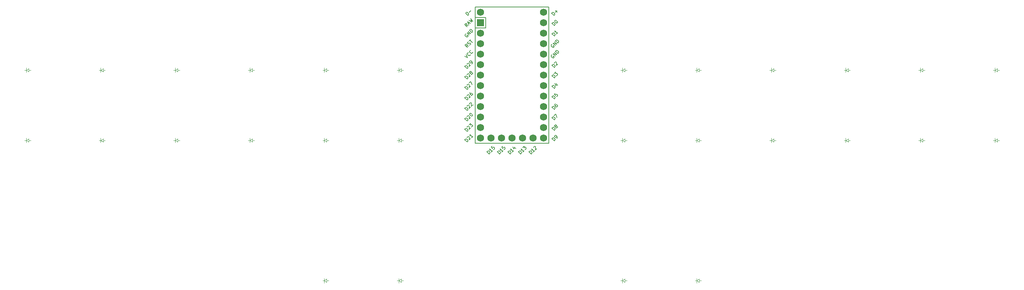
<source format=gbr>
%TF.GenerationSoftware,KiCad,Pcbnew,9.0.0*%
%TF.CreationDate,2025-04-19T19:47:05+02:00*%
%TF.ProjectId,pcb,7063622e-6b69-4636-9164-5f7063625858,v1.0.0*%
%TF.SameCoordinates,Original*%
%TF.FileFunction,Legend,Top*%
%TF.FilePolarity,Positive*%
%FSLAX46Y46*%
G04 Gerber Fmt 4.6, Leading zero omitted, Abs format (unit mm)*
G04 Created by KiCad (PCBNEW 9.0.0) date 2025-04-19 19:47:05*
%MOMM*%
%LPD*%
G01*
G04 APERTURE LIST*
%ADD10C,0.150000*%
%ADD11C,0.100000*%
%ADD12C,1.752600*%
%ADD13R,1.752600X1.752600*%
G04 APERTURE END LIST*
D10*
X227238651Y-105143710D02*
X226672966Y-104578025D01*
X226672966Y-104578025D02*
X226807653Y-104443338D01*
X226807653Y-104443338D02*
X226915403Y-104389463D01*
X226915403Y-104389463D02*
X227023152Y-104389463D01*
X227023152Y-104389463D02*
X227103964Y-104416401D01*
X227103964Y-104416401D02*
X227238651Y-104497213D01*
X227238651Y-104497213D02*
X227319464Y-104578025D01*
X227319464Y-104578025D02*
X227400276Y-104712712D01*
X227400276Y-104712712D02*
X227427213Y-104793524D01*
X227427213Y-104793524D02*
X227427213Y-104901274D01*
X227427213Y-104901274D02*
X227373338Y-105009023D01*
X227373338Y-105009023D02*
X227238651Y-105143710D01*
X227831274Y-104551088D02*
X227939024Y-104443338D01*
X227939024Y-104443338D02*
X227965961Y-104362526D01*
X227965961Y-104362526D02*
X227965961Y-104308651D01*
X227965961Y-104308651D02*
X227939024Y-104173964D01*
X227939024Y-104173964D02*
X227858212Y-104039277D01*
X227858212Y-104039277D02*
X227642712Y-103823778D01*
X227642712Y-103823778D02*
X227561900Y-103796840D01*
X227561900Y-103796840D02*
X227508025Y-103796840D01*
X227508025Y-103796840D02*
X227427213Y-103823778D01*
X227427213Y-103823778D02*
X227319464Y-103931527D01*
X227319464Y-103931527D02*
X227292526Y-104012340D01*
X227292526Y-104012340D02*
X227292526Y-104066214D01*
X227292526Y-104066214D02*
X227319464Y-104147027D01*
X227319464Y-104147027D02*
X227454151Y-104281714D01*
X227454151Y-104281714D02*
X227534963Y-104308651D01*
X227534963Y-104308651D02*
X227588838Y-104308651D01*
X227588838Y-104308651D02*
X227669650Y-104281714D01*
X227669650Y-104281714D02*
X227777399Y-104173964D01*
X227777399Y-104173964D02*
X227804337Y-104093152D01*
X227804337Y-104093152D02*
X227804337Y-104039277D01*
X227804337Y-104039277D02*
X227777399Y-103958465D01*
X227238651Y-102603710D02*
X226672966Y-102038025D01*
X226672966Y-102038025D02*
X226807653Y-101903338D01*
X226807653Y-101903338D02*
X226915403Y-101849463D01*
X226915403Y-101849463D02*
X227023152Y-101849463D01*
X227023152Y-101849463D02*
X227103964Y-101876401D01*
X227103964Y-101876401D02*
X227238651Y-101957213D01*
X227238651Y-101957213D02*
X227319464Y-102038025D01*
X227319464Y-102038025D02*
X227400276Y-102172712D01*
X227400276Y-102172712D02*
X227427213Y-102253524D01*
X227427213Y-102253524D02*
X227427213Y-102361274D01*
X227427213Y-102361274D02*
X227373338Y-102469023D01*
X227373338Y-102469023D02*
X227238651Y-102603710D01*
X227561900Y-101633964D02*
X227481088Y-101660901D01*
X227481088Y-101660901D02*
X227427213Y-101660901D01*
X227427213Y-101660901D02*
X227346401Y-101633964D01*
X227346401Y-101633964D02*
X227319464Y-101607027D01*
X227319464Y-101607027D02*
X227292526Y-101526214D01*
X227292526Y-101526214D02*
X227292526Y-101472340D01*
X227292526Y-101472340D02*
X227319464Y-101391527D01*
X227319464Y-101391527D02*
X227427213Y-101283778D01*
X227427213Y-101283778D02*
X227508025Y-101256840D01*
X227508025Y-101256840D02*
X227561900Y-101256840D01*
X227561900Y-101256840D02*
X227642712Y-101283778D01*
X227642712Y-101283778D02*
X227669650Y-101310715D01*
X227669650Y-101310715D02*
X227696587Y-101391527D01*
X227696587Y-101391527D02*
X227696587Y-101445402D01*
X227696587Y-101445402D02*
X227669650Y-101526214D01*
X227669650Y-101526214D02*
X227561900Y-101633964D01*
X227561900Y-101633964D02*
X227534963Y-101714776D01*
X227534963Y-101714776D02*
X227534963Y-101768651D01*
X227534963Y-101768651D02*
X227561900Y-101849463D01*
X227561900Y-101849463D02*
X227669650Y-101957213D01*
X227669650Y-101957213D02*
X227750462Y-101984150D01*
X227750462Y-101984150D02*
X227804337Y-101984150D01*
X227804337Y-101984150D02*
X227885149Y-101957213D01*
X227885149Y-101957213D02*
X227992899Y-101849463D01*
X227992899Y-101849463D02*
X228019836Y-101768651D01*
X228019836Y-101768651D02*
X228019836Y-101714776D01*
X228019836Y-101714776D02*
X227992899Y-101633964D01*
X227992899Y-101633964D02*
X227885149Y-101526214D01*
X227885149Y-101526214D02*
X227804337Y-101499277D01*
X227804337Y-101499277D02*
X227750462Y-101499277D01*
X227750462Y-101499277D02*
X227669650Y-101526214D01*
X227238651Y-100063710D02*
X226672966Y-99498025D01*
X226672966Y-99498025D02*
X226807653Y-99363338D01*
X226807653Y-99363338D02*
X226915403Y-99309463D01*
X226915403Y-99309463D02*
X227023152Y-99309463D01*
X227023152Y-99309463D02*
X227103964Y-99336401D01*
X227103964Y-99336401D02*
X227238651Y-99417213D01*
X227238651Y-99417213D02*
X227319464Y-99498025D01*
X227319464Y-99498025D02*
X227400276Y-99632712D01*
X227400276Y-99632712D02*
X227427213Y-99713524D01*
X227427213Y-99713524D02*
X227427213Y-99821274D01*
X227427213Y-99821274D02*
X227373338Y-99929023D01*
X227373338Y-99929023D02*
X227238651Y-100063710D01*
X227184777Y-98986214D02*
X227561900Y-98609091D01*
X227561900Y-98609091D02*
X227885149Y-99417213D01*
X227238651Y-97523710D02*
X226672966Y-96958025D01*
X226672966Y-96958025D02*
X226807653Y-96823338D01*
X226807653Y-96823338D02*
X226915403Y-96769463D01*
X226915403Y-96769463D02*
X227023152Y-96769463D01*
X227023152Y-96769463D02*
X227103964Y-96796401D01*
X227103964Y-96796401D02*
X227238651Y-96877213D01*
X227238651Y-96877213D02*
X227319464Y-96958025D01*
X227319464Y-96958025D02*
X227400276Y-97092712D01*
X227400276Y-97092712D02*
X227427213Y-97173524D01*
X227427213Y-97173524D02*
X227427213Y-97281274D01*
X227427213Y-97281274D02*
X227373338Y-97389023D01*
X227373338Y-97389023D02*
X227238651Y-97523710D01*
X227481088Y-96149903D02*
X227373338Y-96257653D01*
X227373338Y-96257653D02*
X227346401Y-96338465D01*
X227346401Y-96338465D02*
X227346401Y-96392340D01*
X227346401Y-96392340D02*
X227373338Y-96527027D01*
X227373338Y-96527027D02*
X227454151Y-96661714D01*
X227454151Y-96661714D02*
X227669650Y-96877213D01*
X227669650Y-96877213D02*
X227750462Y-96904150D01*
X227750462Y-96904150D02*
X227804337Y-96904150D01*
X227804337Y-96904150D02*
X227885149Y-96877213D01*
X227885149Y-96877213D02*
X227992899Y-96769463D01*
X227992899Y-96769463D02*
X228019836Y-96688651D01*
X228019836Y-96688651D02*
X228019836Y-96634776D01*
X228019836Y-96634776D02*
X227992899Y-96553964D01*
X227992899Y-96553964D02*
X227858212Y-96419277D01*
X227858212Y-96419277D02*
X227777399Y-96392340D01*
X227777399Y-96392340D02*
X227723525Y-96392340D01*
X227723525Y-96392340D02*
X227642712Y-96419277D01*
X227642712Y-96419277D02*
X227534963Y-96527027D01*
X227534963Y-96527027D02*
X227508025Y-96607839D01*
X227508025Y-96607839D02*
X227508025Y-96661714D01*
X227508025Y-96661714D02*
X227534963Y-96742526D01*
X227238651Y-94983710D02*
X226672966Y-94418025D01*
X226672966Y-94418025D02*
X226807653Y-94283338D01*
X226807653Y-94283338D02*
X226915403Y-94229463D01*
X226915403Y-94229463D02*
X227023152Y-94229463D01*
X227023152Y-94229463D02*
X227103964Y-94256401D01*
X227103964Y-94256401D02*
X227238651Y-94337213D01*
X227238651Y-94337213D02*
X227319464Y-94418025D01*
X227319464Y-94418025D02*
X227400276Y-94552712D01*
X227400276Y-94552712D02*
X227427213Y-94633524D01*
X227427213Y-94633524D02*
X227427213Y-94741274D01*
X227427213Y-94741274D02*
X227373338Y-94849023D01*
X227373338Y-94849023D02*
X227238651Y-94983710D01*
X227508025Y-93582966D02*
X227238651Y-93852340D01*
X227238651Y-93852340D02*
X227481088Y-94148651D01*
X227481088Y-94148651D02*
X227481088Y-94094776D01*
X227481088Y-94094776D02*
X227508025Y-94013964D01*
X227508025Y-94013964D02*
X227642712Y-93879277D01*
X227642712Y-93879277D02*
X227723525Y-93852340D01*
X227723525Y-93852340D02*
X227777399Y-93852340D01*
X227777399Y-93852340D02*
X227858212Y-93879277D01*
X227858212Y-93879277D02*
X227992899Y-94013964D01*
X227992899Y-94013964D02*
X228019836Y-94094776D01*
X228019836Y-94094776D02*
X228019836Y-94148651D01*
X228019836Y-94148651D02*
X227992899Y-94229463D01*
X227992899Y-94229463D02*
X227858212Y-94364150D01*
X227858212Y-94364150D02*
X227777399Y-94391088D01*
X227777399Y-94391088D02*
X227723525Y-94391088D01*
X227238651Y-92443710D02*
X226672966Y-91878025D01*
X226672966Y-91878025D02*
X226807653Y-91743338D01*
X226807653Y-91743338D02*
X226915403Y-91689463D01*
X226915403Y-91689463D02*
X227023152Y-91689463D01*
X227023152Y-91689463D02*
X227103964Y-91716401D01*
X227103964Y-91716401D02*
X227238651Y-91797213D01*
X227238651Y-91797213D02*
X227319464Y-91878025D01*
X227319464Y-91878025D02*
X227400276Y-92012712D01*
X227400276Y-92012712D02*
X227427213Y-92093524D01*
X227427213Y-92093524D02*
X227427213Y-92201274D01*
X227427213Y-92201274D02*
X227373338Y-92309023D01*
X227373338Y-92309023D02*
X227238651Y-92443710D01*
X227669650Y-91258465D02*
X228046774Y-91635588D01*
X227319464Y-91177653D02*
X227588838Y-91716401D01*
X227588838Y-91716401D02*
X227939024Y-91366214D01*
X227238651Y-89903710D02*
X226672966Y-89338025D01*
X226672966Y-89338025D02*
X226807653Y-89203338D01*
X226807653Y-89203338D02*
X226915403Y-89149463D01*
X226915403Y-89149463D02*
X227023152Y-89149463D01*
X227023152Y-89149463D02*
X227103964Y-89176401D01*
X227103964Y-89176401D02*
X227238651Y-89257213D01*
X227238651Y-89257213D02*
X227319464Y-89338025D01*
X227319464Y-89338025D02*
X227400276Y-89472712D01*
X227400276Y-89472712D02*
X227427213Y-89553524D01*
X227427213Y-89553524D02*
X227427213Y-89661274D01*
X227427213Y-89661274D02*
X227373338Y-89769023D01*
X227373338Y-89769023D02*
X227238651Y-89903710D01*
X227184777Y-88826214D02*
X227534963Y-88476028D01*
X227534963Y-88476028D02*
X227561900Y-88880089D01*
X227561900Y-88880089D02*
X227642712Y-88799277D01*
X227642712Y-88799277D02*
X227723525Y-88772340D01*
X227723525Y-88772340D02*
X227777399Y-88772340D01*
X227777399Y-88772340D02*
X227858212Y-88799277D01*
X227858212Y-88799277D02*
X227992899Y-88933964D01*
X227992899Y-88933964D02*
X228019836Y-89014776D01*
X228019836Y-89014776D02*
X228019836Y-89068651D01*
X228019836Y-89068651D02*
X227992899Y-89149463D01*
X227992899Y-89149463D02*
X227831274Y-89311088D01*
X227831274Y-89311088D02*
X227750462Y-89338025D01*
X227750462Y-89338025D02*
X227696587Y-89338025D01*
X227238651Y-87363710D02*
X226672966Y-86798025D01*
X226672966Y-86798025D02*
X226807653Y-86663338D01*
X226807653Y-86663338D02*
X226915403Y-86609463D01*
X226915403Y-86609463D02*
X227023152Y-86609463D01*
X227023152Y-86609463D02*
X227103964Y-86636401D01*
X227103964Y-86636401D02*
X227238651Y-86717213D01*
X227238651Y-86717213D02*
X227319464Y-86798025D01*
X227319464Y-86798025D02*
X227400276Y-86932712D01*
X227400276Y-86932712D02*
X227427213Y-87013524D01*
X227427213Y-87013524D02*
X227427213Y-87121274D01*
X227427213Y-87121274D02*
X227373338Y-87229023D01*
X227373338Y-87229023D02*
X227238651Y-87363710D01*
X227265589Y-86313152D02*
X227265589Y-86259277D01*
X227265589Y-86259277D02*
X227292526Y-86178465D01*
X227292526Y-86178465D02*
X227427213Y-86043778D01*
X227427213Y-86043778D02*
X227508025Y-86016840D01*
X227508025Y-86016840D02*
X227561900Y-86016840D01*
X227561900Y-86016840D02*
X227642712Y-86043778D01*
X227642712Y-86043778D02*
X227696587Y-86097653D01*
X227696587Y-86097653D02*
X227750462Y-86205402D01*
X227750462Y-86205402D02*
X227750462Y-86851900D01*
X227750462Y-86851900D02*
X228100648Y-86501714D01*
X226686435Y-84298431D02*
X226605623Y-84325368D01*
X226605623Y-84325368D02*
X226524811Y-84406180D01*
X226524811Y-84406180D02*
X226470936Y-84513930D01*
X226470936Y-84513930D02*
X226470936Y-84621680D01*
X226470936Y-84621680D02*
X226497873Y-84702492D01*
X226497873Y-84702492D02*
X226578685Y-84837179D01*
X226578685Y-84837179D02*
X226659498Y-84917991D01*
X226659498Y-84917991D02*
X226794185Y-84998803D01*
X226794185Y-84998803D02*
X226874997Y-85025741D01*
X226874997Y-85025741D02*
X226982746Y-85025741D01*
X226982746Y-85025741D02*
X227090496Y-84971866D01*
X227090496Y-84971866D02*
X227144371Y-84917991D01*
X227144371Y-84917991D02*
X227198246Y-84810241D01*
X227198246Y-84810241D02*
X227198246Y-84756367D01*
X227198246Y-84756367D02*
X227009684Y-84567805D01*
X227009684Y-84567805D02*
X226901934Y-84675554D01*
X227494557Y-84567805D02*
X226928872Y-84002119D01*
X226928872Y-84002119D02*
X227817806Y-84244556D01*
X227817806Y-84244556D02*
X227252120Y-83678871D01*
X228087180Y-83975182D02*
X227521494Y-83409497D01*
X227521494Y-83409497D02*
X227656181Y-83274810D01*
X227656181Y-83274810D02*
X227763931Y-83220935D01*
X227763931Y-83220935D02*
X227871680Y-83220935D01*
X227871680Y-83220935D02*
X227952493Y-83247872D01*
X227952493Y-83247872D02*
X228087180Y-83328685D01*
X228087180Y-83328685D02*
X228167992Y-83409497D01*
X228167992Y-83409497D02*
X228248804Y-83544184D01*
X228248804Y-83544184D02*
X228275741Y-83624996D01*
X228275741Y-83624996D02*
X228275741Y-83732746D01*
X228275741Y-83732746D02*
X228221867Y-83840495D01*
X228221867Y-83840495D02*
X228087180Y-83975182D01*
X226686435Y-81758431D02*
X226605623Y-81785368D01*
X226605623Y-81785368D02*
X226524811Y-81866180D01*
X226524811Y-81866180D02*
X226470936Y-81973930D01*
X226470936Y-81973930D02*
X226470936Y-82081680D01*
X226470936Y-82081680D02*
X226497873Y-82162492D01*
X226497873Y-82162492D02*
X226578685Y-82297179D01*
X226578685Y-82297179D02*
X226659498Y-82377991D01*
X226659498Y-82377991D02*
X226794185Y-82458803D01*
X226794185Y-82458803D02*
X226874997Y-82485741D01*
X226874997Y-82485741D02*
X226982746Y-82485741D01*
X226982746Y-82485741D02*
X227090496Y-82431866D01*
X227090496Y-82431866D02*
X227144371Y-82377991D01*
X227144371Y-82377991D02*
X227198246Y-82270241D01*
X227198246Y-82270241D02*
X227198246Y-82216367D01*
X227198246Y-82216367D02*
X227009684Y-82027805D01*
X227009684Y-82027805D02*
X226901934Y-82135554D01*
X227494557Y-82027805D02*
X226928872Y-81462119D01*
X226928872Y-81462119D02*
X227817806Y-81704556D01*
X227817806Y-81704556D02*
X227252120Y-81138871D01*
X228087180Y-81435182D02*
X227521494Y-80869497D01*
X227521494Y-80869497D02*
X227656181Y-80734810D01*
X227656181Y-80734810D02*
X227763931Y-80680935D01*
X227763931Y-80680935D02*
X227871680Y-80680935D01*
X227871680Y-80680935D02*
X227952493Y-80707872D01*
X227952493Y-80707872D02*
X228087180Y-80788685D01*
X228087180Y-80788685D02*
X228167992Y-80869497D01*
X228167992Y-80869497D02*
X228248804Y-81004184D01*
X228248804Y-81004184D02*
X228275741Y-81084996D01*
X228275741Y-81084996D02*
X228275741Y-81192746D01*
X228275741Y-81192746D02*
X228221867Y-81300495D01*
X228221867Y-81300495D02*
X228087180Y-81435182D01*
X227238651Y-79743710D02*
X226672966Y-79178025D01*
X226672966Y-79178025D02*
X226807653Y-79043338D01*
X226807653Y-79043338D02*
X226915403Y-78989463D01*
X226915403Y-78989463D02*
X227023152Y-78989463D01*
X227023152Y-78989463D02*
X227103964Y-79016401D01*
X227103964Y-79016401D02*
X227238651Y-79097213D01*
X227238651Y-79097213D02*
X227319464Y-79178025D01*
X227319464Y-79178025D02*
X227400276Y-79312712D01*
X227400276Y-79312712D02*
X227427213Y-79393524D01*
X227427213Y-79393524D02*
X227427213Y-79501274D01*
X227427213Y-79501274D02*
X227373338Y-79609023D01*
X227373338Y-79609023D02*
X227238651Y-79743710D01*
X228100648Y-78881714D02*
X227777399Y-79204962D01*
X227939024Y-79043338D02*
X227373338Y-78477653D01*
X227373338Y-78477653D02*
X227400276Y-78612340D01*
X227400276Y-78612340D02*
X227400276Y-78720089D01*
X227400276Y-78720089D02*
X227373338Y-78800901D01*
X227238651Y-77203710D02*
X226672966Y-76638025D01*
X226672966Y-76638025D02*
X226807653Y-76503338D01*
X226807653Y-76503338D02*
X226915403Y-76449463D01*
X226915403Y-76449463D02*
X227023152Y-76449463D01*
X227023152Y-76449463D02*
X227103964Y-76476401D01*
X227103964Y-76476401D02*
X227238651Y-76557213D01*
X227238651Y-76557213D02*
X227319464Y-76638025D01*
X227319464Y-76638025D02*
X227400276Y-76772712D01*
X227400276Y-76772712D02*
X227427213Y-76853524D01*
X227427213Y-76853524D02*
X227427213Y-76961274D01*
X227427213Y-76961274D02*
X227373338Y-77069023D01*
X227373338Y-77069023D02*
X227238651Y-77203710D01*
X227346401Y-75964590D02*
X227400276Y-75910715D01*
X227400276Y-75910715D02*
X227481088Y-75883778D01*
X227481088Y-75883778D02*
X227534963Y-75883778D01*
X227534963Y-75883778D02*
X227615775Y-75910715D01*
X227615775Y-75910715D02*
X227750462Y-75991527D01*
X227750462Y-75991527D02*
X227885149Y-76126214D01*
X227885149Y-76126214D02*
X227965961Y-76260901D01*
X227965961Y-76260901D02*
X227992899Y-76341714D01*
X227992899Y-76341714D02*
X227992899Y-76395588D01*
X227992899Y-76395588D02*
X227965961Y-76476401D01*
X227965961Y-76476401D02*
X227912087Y-76530275D01*
X227912087Y-76530275D02*
X227831274Y-76557213D01*
X227831274Y-76557213D02*
X227777399Y-76557213D01*
X227777399Y-76557213D02*
X227696587Y-76530275D01*
X227696587Y-76530275D02*
X227561900Y-76449463D01*
X227561900Y-76449463D02*
X227427213Y-76314776D01*
X227427213Y-76314776D02*
X227346401Y-76180089D01*
X227346401Y-76180089D02*
X227319464Y-76099277D01*
X227319464Y-76099277D02*
X227319464Y-76045402D01*
X227319464Y-76045402D02*
X227346401Y-75964590D01*
X227157839Y-74744523D02*
X226592154Y-74178837D01*
X226592154Y-74178837D02*
X226726841Y-74044150D01*
X226726841Y-74044150D02*
X226834590Y-73990276D01*
X226834590Y-73990276D02*
X226942340Y-73990276D01*
X226942340Y-73990276D02*
X227023152Y-74017213D01*
X227023152Y-74017213D02*
X227157839Y-74098025D01*
X227157839Y-74098025D02*
X227238651Y-74178837D01*
X227238651Y-74178837D02*
X227319463Y-74313524D01*
X227319463Y-74313524D02*
X227346401Y-74394337D01*
X227346401Y-74394337D02*
X227346401Y-74502086D01*
X227346401Y-74502086D02*
X227292526Y-74609836D01*
X227292526Y-74609836D02*
X227157839Y-74744523D01*
X227508025Y-73963338D02*
X227939024Y-73532340D01*
X227939024Y-73963338D02*
X227508025Y-73532340D01*
X211489277Y-108343085D02*
X210923592Y-107777399D01*
X210923592Y-107777399D02*
X211058279Y-107642712D01*
X211058279Y-107642712D02*
X211166028Y-107588838D01*
X211166028Y-107588838D02*
X211273778Y-107588838D01*
X211273778Y-107588838D02*
X211354590Y-107615775D01*
X211354590Y-107615775D02*
X211489277Y-107696587D01*
X211489277Y-107696587D02*
X211570089Y-107777399D01*
X211570089Y-107777399D02*
X211650901Y-107912086D01*
X211650901Y-107912086D02*
X211677839Y-107992899D01*
X211677839Y-107992899D02*
X211677839Y-108100648D01*
X211677839Y-108100648D02*
X211623964Y-108208398D01*
X211623964Y-108208398D02*
X211489277Y-108343085D01*
X212351274Y-107481088D02*
X212028025Y-107804337D01*
X212189649Y-107642712D02*
X211623964Y-107077027D01*
X211623964Y-107077027D02*
X211650901Y-107211714D01*
X211650901Y-107211714D02*
X211650901Y-107319464D01*
X211650901Y-107319464D02*
X211623964Y-107400276D01*
X212297399Y-106403592D02*
X212028025Y-106672966D01*
X212028025Y-106672966D02*
X212270462Y-106969277D01*
X212270462Y-106969277D02*
X212270462Y-106915402D01*
X212270462Y-106915402D02*
X212297399Y-106834590D01*
X212297399Y-106834590D02*
X212432086Y-106699903D01*
X212432086Y-106699903D02*
X212512898Y-106672966D01*
X212512898Y-106672966D02*
X212566773Y-106672966D01*
X212566773Y-106672966D02*
X212647585Y-106699903D01*
X212647585Y-106699903D02*
X212782272Y-106834590D01*
X212782272Y-106834590D02*
X212809210Y-106915402D01*
X212809210Y-106915402D02*
X212809210Y-106969277D01*
X212809210Y-106969277D02*
X212782272Y-107050089D01*
X212782272Y-107050089D02*
X212647585Y-107184776D01*
X212647585Y-107184776D02*
X212566773Y-107211714D01*
X212566773Y-107211714D02*
X212512898Y-107211714D01*
X214029277Y-108343085D02*
X213463592Y-107777399D01*
X213463592Y-107777399D02*
X213598279Y-107642712D01*
X213598279Y-107642712D02*
X213706028Y-107588838D01*
X213706028Y-107588838D02*
X213813778Y-107588838D01*
X213813778Y-107588838D02*
X213894590Y-107615775D01*
X213894590Y-107615775D02*
X214029277Y-107696587D01*
X214029277Y-107696587D02*
X214110089Y-107777399D01*
X214110089Y-107777399D02*
X214190901Y-107912086D01*
X214190901Y-107912086D02*
X214217839Y-107992899D01*
X214217839Y-107992899D02*
X214217839Y-108100648D01*
X214217839Y-108100648D02*
X214163964Y-108208398D01*
X214163964Y-108208398D02*
X214029277Y-108343085D01*
X214891274Y-107481088D02*
X214568025Y-107804337D01*
X214729649Y-107642712D02*
X214163964Y-107077027D01*
X214163964Y-107077027D02*
X214190901Y-107211714D01*
X214190901Y-107211714D02*
X214190901Y-107319464D01*
X214190901Y-107319464D02*
X214163964Y-107400276D01*
X214837399Y-106403592D02*
X214568025Y-106672966D01*
X214568025Y-106672966D02*
X214810462Y-106969277D01*
X214810462Y-106969277D02*
X214810462Y-106915402D01*
X214810462Y-106915402D02*
X214837399Y-106834590D01*
X214837399Y-106834590D02*
X214972086Y-106699903D01*
X214972086Y-106699903D02*
X215052898Y-106672966D01*
X215052898Y-106672966D02*
X215106773Y-106672966D01*
X215106773Y-106672966D02*
X215187585Y-106699903D01*
X215187585Y-106699903D02*
X215322272Y-106834590D01*
X215322272Y-106834590D02*
X215349210Y-106915402D01*
X215349210Y-106915402D02*
X215349210Y-106969277D01*
X215349210Y-106969277D02*
X215322272Y-107050089D01*
X215322272Y-107050089D02*
X215187585Y-107184776D01*
X215187585Y-107184776D02*
X215106773Y-107211714D01*
X215106773Y-107211714D02*
X215052898Y-107211714D01*
X216569277Y-108343085D02*
X216003592Y-107777399D01*
X216003592Y-107777399D02*
X216138279Y-107642712D01*
X216138279Y-107642712D02*
X216246028Y-107588838D01*
X216246028Y-107588838D02*
X216353778Y-107588838D01*
X216353778Y-107588838D02*
X216434590Y-107615775D01*
X216434590Y-107615775D02*
X216569277Y-107696587D01*
X216569277Y-107696587D02*
X216650089Y-107777399D01*
X216650089Y-107777399D02*
X216730901Y-107912086D01*
X216730901Y-107912086D02*
X216757839Y-107992899D01*
X216757839Y-107992899D02*
X216757839Y-108100648D01*
X216757839Y-108100648D02*
X216703964Y-108208398D01*
X216703964Y-108208398D02*
X216569277Y-108343085D01*
X217431274Y-107481088D02*
X217108025Y-107804337D01*
X217269649Y-107642712D02*
X216703964Y-107077027D01*
X216703964Y-107077027D02*
X216730901Y-107211714D01*
X216730901Y-107211714D02*
X216730901Y-107319464D01*
X216730901Y-107319464D02*
X216703964Y-107400276D01*
X217539024Y-106619091D02*
X217916147Y-106996215D01*
X217188837Y-106538279D02*
X217458211Y-107077027D01*
X217458211Y-107077027D02*
X217808398Y-106726841D01*
X219109277Y-108343085D02*
X218543592Y-107777399D01*
X218543592Y-107777399D02*
X218678279Y-107642712D01*
X218678279Y-107642712D02*
X218786028Y-107588838D01*
X218786028Y-107588838D02*
X218893778Y-107588838D01*
X218893778Y-107588838D02*
X218974590Y-107615775D01*
X218974590Y-107615775D02*
X219109277Y-107696587D01*
X219109277Y-107696587D02*
X219190089Y-107777399D01*
X219190089Y-107777399D02*
X219270901Y-107912086D01*
X219270901Y-107912086D02*
X219297839Y-107992899D01*
X219297839Y-107992899D02*
X219297839Y-108100648D01*
X219297839Y-108100648D02*
X219243964Y-108208398D01*
X219243964Y-108208398D02*
X219109277Y-108343085D01*
X219971274Y-107481088D02*
X219648025Y-107804337D01*
X219809649Y-107642712D02*
X219243964Y-107077027D01*
X219243964Y-107077027D02*
X219270901Y-107211714D01*
X219270901Y-107211714D02*
X219270901Y-107319464D01*
X219270901Y-107319464D02*
X219243964Y-107400276D01*
X219594150Y-106726841D02*
X219944337Y-106376654D01*
X219944337Y-106376654D02*
X219971274Y-106780715D01*
X219971274Y-106780715D02*
X220052086Y-106699903D01*
X220052086Y-106699903D02*
X220132898Y-106672966D01*
X220132898Y-106672966D02*
X220186773Y-106672966D01*
X220186773Y-106672966D02*
X220267585Y-106699903D01*
X220267585Y-106699903D02*
X220402272Y-106834590D01*
X220402272Y-106834590D02*
X220429210Y-106915402D01*
X220429210Y-106915402D02*
X220429210Y-106969277D01*
X220429210Y-106969277D02*
X220402272Y-107050089D01*
X220402272Y-107050089D02*
X220240648Y-107211714D01*
X220240648Y-107211714D02*
X220159836Y-107238651D01*
X220159836Y-107238651D02*
X220105961Y-107238651D01*
X221649277Y-108343085D02*
X221083592Y-107777399D01*
X221083592Y-107777399D02*
X221218279Y-107642712D01*
X221218279Y-107642712D02*
X221326028Y-107588838D01*
X221326028Y-107588838D02*
X221433778Y-107588838D01*
X221433778Y-107588838D02*
X221514590Y-107615775D01*
X221514590Y-107615775D02*
X221649277Y-107696587D01*
X221649277Y-107696587D02*
X221730089Y-107777399D01*
X221730089Y-107777399D02*
X221810901Y-107912086D01*
X221810901Y-107912086D02*
X221837839Y-107992899D01*
X221837839Y-107992899D02*
X221837839Y-108100648D01*
X221837839Y-108100648D02*
X221783964Y-108208398D01*
X221783964Y-108208398D02*
X221649277Y-108343085D01*
X222511274Y-107481088D02*
X222188025Y-107804337D01*
X222349649Y-107642712D02*
X221783964Y-107077027D01*
X221783964Y-107077027D02*
X221810901Y-107211714D01*
X221810901Y-107211714D02*
X221810901Y-107319464D01*
X221810901Y-107319464D02*
X221783964Y-107400276D01*
X222214963Y-106753778D02*
X222214963Y-106699903D01*
X222214963Y-106699903D02*
X222241900Y-106619091D01*
X222241900Y-106619091D02*
X222376587Y-106484404D01*
X222376587Y-106484404D02*
X222457399Y-106457467D01*
X222457399Y-106457467D02*
X222511274Y-106457467D01*
X222511274Y-106457467D02*
X222592086Y-106484404D01*
X222592086Y-106484404D02*
X222645961Y-106538279D01*
X222645961Y-106538279D02*
X222699836Y-106646028D01*
X222699836Y-106646028D02*
X222699836Y-107292526D01*
X222699836Y-107292526D02*
X223050022Y-106942340D01*
X206169277Y-105413085D02*
X205603592Y-104847399D01*
X205603592Y-104847399D02*
X205738279Y-104712712D01*
X205738279Y-104712712D02*
X205846028Y-104658838D01*
X205846028Y-104658838D02*
X205953778Y-104658838D01*
X205953778Y-104658838D02*
X206034590Y-104685775D01*
X206034590Y-104685775D02*
X206169277Y-104766587D01*
X206169277Y-104766587D02*
X206250089Y-104847399D01*
X206250089Y-104847399D02*
X206330901Y-104982086D01*
X206330901Y-104982086D02*
X206357839Y-105062899D01*
X206357839Y-105062899D02*
X206357839Y-105170648D01*
X206357839Y-105170648D02*
X206303964Y-105278398D01*
X206303964Y-105278398D02*
X206169277Y-105413085D01*
X206196214Y-104362526D02*
X206196214Y-104308651D01*
X206196214Y-104308651D02*
X206223152Y-104227839D01*
X206223152Y-104227839D02*
X206357839Y-104093152D01*
X206357839Y-104093152D02*
X206438651Y-104066215D01*
X206438651Y-104066215D02*
X206492526Y-104066215D01*
X206492526Y-104066215D02*
X206573338Y-104093152D01*
X206573338Y-104093152D02*
X206627213Y-104147027D01*
X206627213Y-104147027D02*
X206681088Y-104254777D01*
X206681088Y-104254777D02*
X206681088Y-104901274D01*
X206681088Y-104901274D02*
X207031274Y-104551088D01*
X207570022Y-104012340D02*
X207246773Y-104335589D01*
X207408398Y-104173964D02*
X206842712Y-103608279D01*
X206842712Y-103608279D02*
X206869650Y-103742966D01*
X206869650Y-103742966D02*
X206869650Y-103850715D01*
X206869650Y-103850715D02*
X206842712Y-103931528D01*
X206169277Y-102873085D02*
X205603592Y-102307399D01*
X205603592Y-102307399D02*
X205738279Y-102172712D01*
X205738279Y-102172712D02*
X205846028Y-102118838D01*
X205846028Y-102118838D02*
X205953778Y-102118838D01*
X205953778Y-102118838D02*
X206034590Y-102145775D01*
X206034590Y-102145775D02*
X206169277Y-102226587D01*
X206169277Y-102226587D02*
X206250089Y-102307399D01*
X206250089Y-102307399D02*
X206330901Y-102442086D01*
X206330901Y-102442086D02*
X206357839Y-102522899D01*
X206357839Y-102522899D02*
X206357839Y-102630648D01*
X206357839Y-102630648D02*
X206303964Y-102738398D01*
X206303964Y-102738398D02*
X206169277Y-102873085D01*
X206196214Y-101822526D02*
X206196214Y-101768651D01*
X206196214Y-101768651D02*
X206223152Y-101687839D01*
X206223152Y-101687839D02*
X206357839Y-101553152D01*
X206357839Y-101553152D02*
X206438651Y-101526215D01*
X206438651Y-101526215D02*
X206492526Y-101526215D01*
X206492526Y-101526215D02*
X206573338Y-101553152D01*
X206573338Y-101553152D02*
X206627213Y-101607027D01*
X206627213Y-101607027D02*
X206681088Y-101714777D01*
X206681088Y-101714777D02*
X206681088Y-102361274D01*
X206681088Y-102361274D02*
X207031274Y-102011088D01*
X206654150Y-101256841D02*
X207004337Y-100906654D01*
X207004337Y-100906654D02*
X207031274Y-101310715D01*
X207031274Y-101310715D02*
X207112086Y-101229903D01*
X207112086Y-101229903D02*
X207192898Y-101202966D01*
X207192898Y-101202966D02*
X207246773Y-101202966D01*
X207246773Y-101202966D02*
X207327585Y-101229903D01*
X207327585Y-101229903D02*
X207462272Y-101364590D01*
X207462272Y-101364590D02*
X207489210Y-101445402D01*
X207489210Y-101445402D02*
X207489210Y-101499277D01*
X207489210Y-101499277D02*
X207462272Y-101580089D01*
X207462272Y-101580089D02*
X207300648Y-101741714D01*
X207300648Y-101741714D02*
X207219836Y-101768651D01*
X207219836Y-101768651D02*
X207165961Y-101768651D01*
X206169277Y-100333085D02*
X205603592Y-99767399D01*
X205603592Y-99767399D02*
X205738279Y-99632712D01*
X205738279Y-99632712D02*
X205846028Y-99578838D01*
X205846028Y-99578838D02*
X205953778Y-99578838D01*
X205953778Y-99578838D02*
X206034590Y-99605775D01*
X206034590Y-99605775D02*
X206169277Y-99686587D01*
X206169277Y-99686587D02*
X206250089Y-99767399D01*
X206250089Y-99767399D02*
X206330901Y-99902086D01*
X206330901Y-99902086D02*
X206357839Y-99982899D01*
X206357839Y-99982899D02*
X206357839Y-100090648D01*
X206357839Y-100090648D02*
X206303964Y-100198398D01*
X206303964Y-100198398D02*
X206169277Y-100333085D01*
X206196214Y-99282526D02*
X206196214Y-99228651D01*
X206196214Y-99228651D02*
X206223152Y-99147839D01*
X206223152Y-99147839D02*
X206357839Y-99013152D01*
X206357839Y-99013152D02*
X206438651Y-98986215D01*
X206438651Y-98986215D02*
X206492526Y-98986215D01*
X206492526Y-98986215D02*
X206573338Y-99013152D01*
X206573338Y-99013152D02*
X206627213Y-99067027D01*
X206627213Y-99067027D02*
X206681088Y-99174777D01*
X206681088Y-99174777D02*
X206681088Y-99821274D01*
X206681088Y-99821274D02*
X207031274Y-99471088D01*
X206815775Y-98555216D02*
X206869650Y-98501341D01*
X206869650Y-98501341D02*
X206950462Y-98474404D01*
X206950462Y-98474404D02*
X207004337Y-98474404D01*
X207004337Y-98474404D02*
X207085149Y-98501341D01*
X207085149Y-98501341D02*
X207219836Y-98582154D01*
X207219836Y-98582154D02*
X207354523Y-98716841D01*
X207354523Y-98716841D02*
X207435335Y-98851528D01*
X207435335Y-98851528D02*
X207462272Y-98932340D01*
X207462272Y-98932340D02*
X207462272Y-98986215D01*
X207462272Y-98986215D02*
X207435335Y-99067027D01*
X207435335Y-99067027D02*
X207381460Y-99120902D01*
X207381460Y-99120902D02*
X207300648Y-99147839D01*
X207300648Y-99147839D02*
X207246773Y-99147839D01*
X207246773Y-99147839D02*
X207165961Y-99120902D01*
X207165961Y-99120902D02*
X207031274Y-99040089D01*
X207031274Y-99040089D02*
X206896587Y-98905402D01*
X206896587Y-98905402D02*
X206815775Y-98770715D01*
X206815775Y-98770715D02*
X206788837Y-98689903D01*
X206788837Y-98689903D02*
X206788837Y-98636028D01*
X206788837Y-98636028D02*
X206815775Y-98555216D01*
X206169277Y-97793085D02*
X205603592Y-97227399D01*
X205603592Y-97227399D02*
X205738279Y-97092712D01*
X205738279Y-97092712D02*
X205846028Y-97038838D01*
X205846028Y-97038838D02*
X205953778Y-97038838D01*
X205953778Y-97038838D02*
X206034590Y-97065775D01*
X206034590Y-97065775D02*
X206169277Y-97146587D01*
X206169277Y-97146587D02*
X206250089Y-97227399D01*
X206250089Y-97227399D02*
X206330901Y-97362086D01*
X206330901Y-97362086D02*
X206357839Y-97442899D01*
X206357839Y-97442899D02*
X206357839Y-97550648D01*
X206357839Y-97550648D02*
X206303964Y-97658398D01*
X206303964Y-97658398D02*
X206169277Y-97793085D01*
X206196214Y-96742526D02*
X206196214Y-96688651D01*
X206196214Y-96688651D02*
X206223152Y-96607839D01*
X206223152Y-96607839D02*
X206357839Y-96473152D01*
X206357839Y-96473152D02*
X206438651Y-96446215D01*
X206438651Y-96446215D02*
X206492526Y-96446215D01*
X206492526Y-96446215D02*
X206573338Y-96473152D01*
X206573338Y-96473152D02*
X206627213Y-96527027D01*
X206627213Y-96527027D02*
X206681088Y-96634777D01*
X206681088Y-96634777D02*
X206681088Y-97281274D01*
X206681088Y-97281274D02*
X207031274Y-96931088D01*
X206734963Y-96203778D02*
X206734963Y-96149903D01*
X206734963Y-96149903D02*
X206761900Y-96069091D01*
X206761900Y-96069091D02*
X206896587Y-95934404D01*
X206896587Y-95934404D02*
X206977399Y-95907467D01*
X206977399Y-95907467D02*
X207031274Y-95907467D01*
X207031274Y-95907467D02*
X207112086Y-95934404D01*
X207112086Y-95934404D02*
X207165961Y-95988279D01*
X207165961Y-95988279D02*
X207219836Y-96096028D01*
X207219836Y-96096028D02*
X207219836Y-96742526D01*
X207219836Y-96742526D02*
X207570022Y-96392340D01*
X206169277Y-95253085D02*
X205603592Y-94687399D01*
X205603592Y-94687399D02*
X205738279Y-94552712D01*
X205738279Y-94552712D02*
X205846028Y-94498838D01*
X205846028Y-94498838D02*
X205953778Y-94498838D01*
X205953778Y-94498838D02*
X206034590Y-94525775D01*
X206034590Y-94525775D02*
X206169277Y-94606587D01*
X206169277Y-94606587D02*
X206250089Y-94687399D01*
X206250089Y-94687399D02*
X206330901Y-94822086D01*
X206330901Y-94822086D02*
X206357839Y-94902899D01*
X206357839Y-94902899D02*
X206357839Y-95010648D01*
X206357839Y-95010648D02*
X206303964Y-95118398D01*
X206303964Y-95118398D02*
X206169277Y-95253085D01*
X206196214Y-94202526D02*
X206196214Y-94148651D01*
X206196214Y-94148651D02*
X206223152Y-94067839D01*
X206223152Y-94067839D02*
X206357839Y-93933152D01*
X206357839Y-93933152D02*
X206438651Y-93906215D01*
X206438651Y-93906215D02*
X206492526Y-93906215D01*
X206492526Y-93906215D02*
X206573338Y-93933152D01*
X206573338Y-93933152D02*
X206627213Y-93987027D01*
X206627213Y-93987027D02*
X206681088Y-94094777D01*
X206681088Y-94094777D02*
X206681088Y-94741274D01*
X206681088Y-94741274D02*
X207031274Y-94391088D01*
X206950462Y-93340529D02*
X206842712Y-93448279D01*
X206842712Y-93448279D02*
X206815775Y-93529091D01*
X206815775Y-93529091D02*
X206815775Y-93582966D01*
X206815775Y-93582966D02*
X206842712Y-93717653D01*
X206842712Y-93717653D02*
X206923524Y-93852340D01*
X206923524Y-93852340D02*
X207139024Y-94067839D01*
X207139024Y-94067839D02*
X207219836Y-94094776D01*
X207219836Y-94094776D02*
X207273711Y-94094776D01*
X207273711Y-94094776D02*
X207354523Y-94067839D01*
X207354523Y-94067839D02*
X207462272Y-93960089D01*
X207462272Y-93960089D02*
X207489210Y-93879277D01*
X207489210Y-93879277D02*
X207489210Y-93825402D01*
X207489210Y-93825402D02*
X207462272Y-93744590D01*
X207462272Y-93744590D02*
X207327585Y-93609903D01*
X207327585Y-93609903D02*
X207246773Y-93582966D01*
X207246773Y-93582966D02*
X207192898Y-93582966D01*
X207192898Y-93582966D02*
X207112086Y-93609903D01*
X207112086Y-93609903D02*
X207004337Y-93717653D01*
X207004337Y-93717653D02*
X206977399Y-93798465D01*
X206977399Y-93798465D02*
X206977399Y-93852340D01*
X206977399Y-93852340D02*
X207004337Y-93933152D01*
X206169277Y-92713085D02*
X205603592Y-92147399D01*
X205603592Y-92147399D02*
X205738279Y-92012712D01*
X205738279Y-92012712D02*
X205846028Y-91958838D01*
X205846028Y-91958838D02*
X205953778Y-91958838D01*
X205953778Y-91958838D02*
X206034590Y-91985775D01*
X206034590Y-91985775D02*
X206169277Y-92066587D01*
X206169277Y-92066587D02*
X206250089Y-92147399D01*
X206250089Y-92147399D02*
X206330901Y-92282086D01*
X206330901Y-92282086D02*
X206357839Y-92362899D01*
X206357839Y-92362899D02*
X206357839Y-92470648D01*
X206357839Y-92470648D02*
X206303964Y-92578398D01*
X206303964Y-92578398D02*
X206169277Y-92713085D01*
X206196214Y-91662526D02*
X206196214Y-91608651D01*
X206196214Y-91608651D02*
X206223152Y-91527839D01*
X206223152Y-91527839D02*
X206357839Y-91393152D01*
X206357839Y-91393152D02*
X206438651Y-91366215D01*
X206438651Y-91366215D02*
X206492526Y-91366215D01*
X206492526Y-91366215D02*
X206573338Y-91393152D01*
X206573338Y-91393152D02*
X206627213Y-91447027D01*
X206627213Y-91447027D02*
X206681088Y-91554777D01*
X206681088Y-91554777D02*
X206681088Y-92201274D01*
X206681088Y-92201274D02*
X207031274Y-91851088D01*
X206654150Y-91096841D02*
X207031274Y-90719717D01*
X207031274Y-90719717D02*
X207354523Y-91527839D01*
X206169277Y-90173085D02*
X205603592Y-89607399D01*
X205603592Y-89607399D02*
X205738279Y-89472712D01*
X205738279Y-89472712D02*
X205846028Y-89418838D01*
X205846028Y-89418838D02*
X205953778Y-89418838D01*
X205953778Y-89418838D02*
X206034590Y-89445775D01*
X206034590Y-89445775D02*
X206169277Y-89526587D01*
X206169277Y-89526587D02*
X206250089Y-89607399D01*
X206250089Y-89607399D02*
X206330901Y-89742086D01*
X206330901Y-89742086D02*
X206357839Y-89822899D01*
X206357839Y-89822899D02*
X206357839Y-89930648D01*
X206357839Y-89930648D02*
X206303964Y-90038398D01*
X206303964Y-90038398D02*
X206169277Y-90173085D01*
X206196214Y-89122526D02*
X206196214Y-89068651D01*
X206196214Y-89068651D02*
X206223152Y-88987839D01*
X206223152Y-88987839D02*
X206357839Y-88853152D01*
X206357839Y-88853152D02*
X206438651Y-88826215D01*
X206438651Y-88826215D02*
X206492526Y-88826215D01*
X206492526Y-88826215D02*
X206573338Y-88853152D01*
X206573338Y-88853152D02*
X206627213Y-88907027D01*
X206627213Y-88907027D02*
X206681088Y-89014777D01*
X206681088Y-89014777D02*
X206681088Y-89661274D01*
X206681088Y-89661274D02*
X207031274Y-89311088D01*
X207031274Y-88664590D02*
X206950462Y-88691528D01*
X206950462Y-88691528D02*
X206896587Y-88691528D01*
X206896587Y-88691528D02*
X206815775Y-88664590D01*
X206815775Y-88664590D02*
X206788837Y-88637653D01*
X206788837Y-88637653D02*
X206761900Y-88556841D01*
X206761900Y-88556841D02*
X206761900Y-88502966D01*
X206761900Y-88502966D02*
X206788837Y-88422154D01*
X206788837Y-88422154D02*
X206896587Y-88314404D01*
X206896587Y-88314404D02*
X206977399Y-88287467D01*
X206977399Y-88287467D02*
X207031274Y-88287467D01*
X207031274Y-88287467D02*
X207112086Y-88314404D01*
X207112086Y-88314404D02*
X207139024Y-88341341D01*
X207139024Y-88341341D02*
X207165961Y-88422154D01*
X207165961Y-88422154D02*
X207165961Y-88476028D01*
X207165961Y-88476028D02*
X207139024Y-88556841D01*
X207139024Y-88556841D02*
X207031274Y-88664590D01*
X207031274Y-88664590D02*
X207004337Y-88745402D01*
X207004337Y-88745402D02*
X207004337Y-88799277D01*
X207004337Y-88799277D02*
X207031274Y-88880089D01*
X207031274Y-88880089D02*
X207139024Y-88987839D01*
X207139024Y-88987839D02*
X207219836Y-89014776D01*
X207219836Y-89014776D02*
X207273711Y-89014776D01*
X207273711Y-89014776D02*
X207354523Y-88987839D01*
X207354523Y-88987839D02*
X207462272Y-88880089D01*
X207462272Y-88880089D02*
X207489210Y-88799277D01*
X207489210Y-88799277D02*
X207489210Y-88745402D01*
X207489210Y-88745402D02*
X207462272Y-88664590D01*
X207462272Y-88664590D02*
X207354523Y-88556841D01*
X207354523Y-88556841D02*
X207273711Y-88529903D01*
X207273711Y-88529903D02*
X207219836Y-88529903D01*
X207219836Y-88529903D02*
X207139024Y-88556841D01*
X206169277Y-87633085D02*
X205603592Y-87067399D01*
X205603592Y-87067399D02*
X205738279Y-86932712D01*
X205738279Y-86932712D02*
X205846028Y-86878838D01*
X205846028Y-86878838D02*
X205953778Y-86878838D01*
X205953778Y-86878838D02*
X206034590Y-86905775D01*
X206034590Y-86905775D02*
X206169277Y-86986587D01*
X206169277Y-86986587D02*
X206250089Y-87067399D01*
X206250089Y-87067399D02*
X206330901Y-87202086D01*
X206330901Y-87202086D02*
X206357839Y-87282899D01*
X206357839Y-87282899D02*
X206357839Y-87390648D01*
X206357839Y-87390648D02*
X206303964Y-87498398D01*
X206303964Y-87498398D02*
X206169277Y-87633085D01*
X206196214Y-86582526D02*
X206196214Y-86528651D01*
X206196214Y-86528651D02*
X206223152Y-86447839D01*
X206223152Y-86447839D02*
X206357839Y-86313152D01*
X206357839Y-86313152D02*
X206438651Y-86286215D01*
X206438651Y-86286215D02*
X206492526Y-86286215D01*
X206492526Y-86286215D02*
X206573338Y-86313152D01*
X206573338Y-86313152D02*
X206627213Y-86367027D01*
X206627213Y-86367027D02*
X206681088Y-86474777D01*
X206681088Y-86474777D02*
X206681088Y-87121274D01*
X206681088Y-87121274D02*
X207031274Y-86771088D01*
X207300648Y-86501714D02*
X207408398Y-86393964D01*
X207408398Y-86393964D02*
X207435335Y-86313152D01*
X207435335Y-86313152D02*
X207435335Y-86259277D01*
X207435335Y-86259277D02*
X207408398Y-86124590D01*
X207408398Y-86124590D02*
X207327585Y-85989903D01*
X207327585Y-85989903D02*
X207112086Y-85774404D01*
X207112086Y-85774404D02*
X207031274Y-85747467D01*
X207031274Y-85747467D02*
X206977399Y-85747467D01*
X206977399Y-85747467D02*
X206896587Y-85774404D01*
X206896587Y-85774404D02*
X206788837Y-85882154D01*
X206788837Y-85882154D02*
X206761900Y-85962966D01*
X206761900Y-85962966D02*
X206761900Y-86016841D01*
X206761900Y-86016841D02*
X206788837Y-86097653D01*
X206788837Y-86097653D02*
X206923524Y-86232340D01*
X206923524Y-86232340D02*
X207004337Y-86259277D01*
X207004337Y-86259277D02*
X207058211Y-86259277D01*
X207058211Y-86259277D02*
X207139024Y-86232340D01*
X207139024Y-86232340D02*
X207246773Y-86124590D01*
X207246773Y-86124590D02*
X207273711Y-86043778D01*
X207273711Y-86043778D02*
X207273711Y-85989903D01*
X207273711Y-85989903D02*
X207246773Y-85909091D01*
X205536248Y-84594743D02*
X206290496Y-84971866D01*
X206290496Y-84971866D02*
X205913372Y-84217619D01*
X206936993Y-84217619D02*
X206936993Y-84271494D01*
X206936993Y-84271494D02*
X206883118Y-84379244D01*
X206883118Y-84379244D02*
X206829243Y-84433118D01*
X206829243Y-84433118D02*
X206721494Y-84486993D01*
X206721494Y-84486993D02*
X206613744Y-84486993D01*
X206613744Y-84486993D02*
X206532932Y-84460056D01*
X206532932Y-84460056D02*
X206398245Y-84379244D01*
X206398245Y-84379244D02*
X206317433Y-84298431D01*
X206317433Y-84298431D02*
X206236621Y-84163744D01*
X206236621Y-84163744D02*
X206209683Y-84082932D01*
X206209683Y-84082932D02*
X206209683Y-83975183D01*
X206209683Y-83975183D02*
X206263558Y-83867433D01*
X206263558Y-83867433D02*
X206317433Y-83813558D01*
X206317433Y-83813558D02*
X206425182Y-83759683D01*
X206425182Y-83759683D02*
X206479057Y-83759683D01*
X207502678Y-83651934D02*
X207502678Y-83705809D01*
X207502678Y-83705809D02*
X207448804Y-83813558D01*
X207448804Y-83813558D02*
X207394929Y-83867433D01*
X207394929Y-83867433D02*
X207287179Y-83921308D01*
X207287179Y-83921308D02*
X207179430Y-83921308D01*
X207179430Y-83921308D02*
X207098617Y-83894370D01*
X207098617Y-83894370D02*
X206963930Y-83813558D01*
X206963930Y-83813558D02*
X206883118Y-83732746D01*
X206883118Y-83732746D02*
X206802306Y-83598059D01*
X206802306Y-83598059D02*
X206775369Y-83517247D01*
X206775369Y-83517247D02*
X206775369Y-83409497D01*
X206775369Y-83409497D02*
X206829243Y-83301748D01*
X206829243Y-83301748D02*
X206883118Y-83247873D01*
X206883118Y-83247873D02*
X206990868Y-83193998D01*
X206990868Y-83193998D02*
X207044743Y-83193998D01*
X206546401Y-82175961D02*
X206088465Y-82095149D01*
X206223152Y-82499210D02*
X205657467Y-81933524D01*
X205657467Y-81933524D02*
X205872966Y-81718025D01*
X205872966Y-81718025D02*
X205953778Y-81691088D01*
X205953778Y-81691088D02*
X206007653Y-81691088D01*
X206007653Y-81691088D02*
X206088465Y-81718025D01*
X206088465Y-81718025D02*
X206169277Y-81798837D01*
X206169277Y-81798837D02*
X206196215Y-81879649D01*
X206196215Y-81879649D02*
X206196215Y-81933524D01*
X206196215Y-81933524D02*
X206169277Y-82014336D01*
X206169277Y-82014336D02*
X205953778Y-82229836D01*
X206734963Y-81933524D02*
X206842712Y-81879649D01*
X206842712Y-81879649D02*
X206977399Y-81744962D01*
X206977399Y-81744962D02*
X207004337Y-81664150D01*
X207004337Y-81664150D02*
X207004337Y-81610275D01*
X207004337Y-81610275D02*
X206977399Y-81529463D01*
X206977399Y-81529463D02*
X206923525Y-81475588D01*
X206923525Y-81475588D02*
X206842712Y-81448651D01*
X206842712Y-81448651D02*
X206788838Y-81448651D01*
X206788838Y-81448651D02*
X206708025Y-81475588D01*
X206708025Y-81475588D02*
X206573338Y-81556401D01*
X206573338Y-81556401D02*
X206492526Y-81583338D01*
X206492526Y-81583338D02*
X206438651Y-81583338D01*
X206438651Y-81583338D02*
X206357839Y-81556401D01*
X206357839Y-81556401D02*
X206303964Y-81502526D01*
X206303964Y-81502526D02*
X206277027Y-81421714D01*
X206277027Y-81421714D02*
X206277027Y-81367839D01*
X206277027Y-81367839D02*
X206303964Y-81287027D01*
X206303964Y-81287027D02*
X206438651Y-81152340D01*
X206438651Y-81152340D02*
X206546401Y-81098465D01*
X206681088Y-80909903D02*
X207004337Y-80586654D01*
X207408398Y-81313964D02*
X206842713Y-80748278D01*
X205886435Y-79218431D02*
X205805623Y-79245368D01*
X205805623Y-79245368D02*
X205724811Y-79326180D01*
X205724811Y-79326180D02*
X205670936Y-79433930D01*
X205670936Y-79433930D02*
X205670936Y-79541680D01*
X205670936Y-79541680D02*
X205697873Y-79622492D01*
X205697873Y-79622492D02*
X205778685Y-79757179D01*
X205778685Y-79757179D02*
X205859498Y-79837991D01*
X205859498Y-79837991D02*
X205994185Y-79918803D01*
X205994185Y-79918803D02*
X206074997Y-79945741D01*
X206074997Y-79945741D02*
X206182746Y-79945741D01*
X206182746Y-79945741D02*
X206290496Y-79891866D01*
X206290496Y-79891866D02*
X206344371Y-79837991D01*
X206344371Y-79837991D02*
X206398246Y-79730241D01*
X206398246Y-79730241D02*
X206398246Y-79676367D01*
X206398246Y-79676367D02*
X206209684Y-79487805D01*
X206209684Y-79487805D02*
X206101934Y-79595554D01*
X206694557Y-79487805D02*
X206128872Y-78922119D01*
X206128872Y-78922119D02*
X207017806Y-79164556D01*
X207017806Y-79164556D02*
X206452120Y-78598871D01*
X207287180Y-78895182D02*
X206721494Y-78329497D01*
X206721494Y-78329497D02*
X206856181Y-78194810D01*
X206856181Y-78194810D02*
X206963931Y-78140935D01*
X206963931Y-78140935D02*
X207071680Y-78140935D01*
X207071680Y-78140935D02*
X207152493Y-78167872D01*
X207152493Y-78167872D02*
X207287180Y-78248685D01*
X207287180Y-78248685D02*
X207367992Y-78329497D01*
X207367992Y-78329497D02*
X207448804Y-78464184D01*
X207448804Y-78464184D02*
X207475741Y-78544996D01*
X207475741Y-78544996D02*
X207475741Y-78652746D01*
X207475741Y-78652746D02*
X207421867Y-78760495D01*
X207421867Y-78760495D02*
X207287180Y-78895182D01*
X206465589Y-77176773D02*
X206007653Y-77095961D01*
X206142340Y-77500022D02*
X205576654Y-76934337D01*
X205576654Y-76934337D02*
X205792154Y-76718837D01*
X205792154Y-76718837D02*
X205872966Y-76691900D01*
X205872966Y-76691900D02*
X205926841Y-76691900D01*
X205926841Y-76691900D02*
X206007653Y-76718837D01*
X206007653Y-76718837D02*
X206088465Y-76799650D01*
X206088465Y-76799650D02*
X206115402Y-76880462D01*
X206115402Y-76880462D02*
X206115402Y-76934337D01*
X206115402Y-76934337D02*
X206088465Y-77015149D01*
X206088465Y-77015149D02*
X205872966Y-77230648D01*
X206519463Y-76799650D02*
X206788837Y-76530276D01*
X206627213Y-77015149D02*
X206250089Y-76260902D01*
X206250089Y-76260902D02*
X207004337Y-76638025D01*
X206573338Y-75937653D02*
X207273710Y-76368651D01*
X207273710Y-76368651D02*
X206977399Y-75856841D01*
X206977399Y-75856841D02*
X207489210Y-76153152D01*
X207489210Y-76153152D02*
X207058211Y-75452780D01*
X206357839Y-74744523D02*
X205792154Y-74178837D01*
X205792154Y-74178837D02*
X205926841Y-74044150D01*
X205926841Y-74044150D02*
X206034590Y-73990276D01*
X206034590Y-73990276D02*
X206142340Y-73990276D01*
X206142340Y-73990276D02*
X206223152Y-74017213D01*
X206223152Y-74017213D02*
X206357839Y-74098025D01*
X206357839Y-74098025D02*
X206438651Y-74178837D01*
X206438651Y-74178837D02*
X206519463Y-74313524D01*
X206519463Y-74313524D02*
X206546401Y-74394337D01*
X206546401Y-74394337D02*
X206546401Y-74502086D01*
X206546401Y-74502086D02*
X206492526Y-74609836D01*
X206492526Y-74609836D02*
X206357839Y-74744523D01*
X206708025Y-73963338D02*
X207139024Y-73532340D01*
%TO.C,MCU1*%
X210650000Y-77800000D02*
X208110000Y-77800000D01*
X210650000Y-75260000D02*
X208110000Y-75260000D01*
X210650000Y-75260000D02*
X210650000Y-77800000D01*
X225890000Y-72720000D02*
X208110000Y-72720000D01*
X225890000Y-105740000D02*
X225890000Y-72720000D01*
X208110000Y-105740000D02*
X225890000Y-105740000D01*
X208110000Y-72720000D02*
X208110000Y-105740000D01*
D11*
%TO.C,D1*%
X100250000Y-105000000D02*
X100750000Y-105000000D01*
X100250000Y-105400000D02*
X99650000Y-105000000D01*
X100250000Y-104600000D02*
X100250000Y-105400000D01*
X99650000Y-105000000D02*
X100250000Y-104600000D01*
X99650000Y-105000000D02*
X99650000Y-105550000D01*
X99650000Y-105000000D02*
X99650000Y-104450000D01*
X99250000Y-105000000D02*
X99650000Y-105000000D01*
%TO.C,D2*%
X100250000Y-88000000D02*
X100750000Y-88000000D01*
X100250000Y-88400000D02*
X99650000Y-88000000D01*
X100250000Y-87600000D02*
X100250000Y-88400000D01*
X99650000Y-88000000D02*
X100250000Y-87600000D01*
X99650000Y-88000000D02*
X99650000Y-88550000D01*
X99650000Y-88000000D02*
X99650000Y-87450000D01*
X99250000Y-88000000D02*
X99650000Y-88000000D01*
%TO.C,D3*%
X118250000Y-105000000D02*
X118750000Y-105000000D01*
X118250000Y-105400000D02*
X117650000Y-105000000D01*
X118250000Y-104600000D02*
X118250000Y-105400000D01*
X117650000Y-105000000D02*
X118250000Y-104600000D01*
X117650000Y-105000000D02*
X117650000Y-105550000D01*
X117650000Y-105000000D02*
X117650000Y-104450000D01*
X117250000Y-105000000D02*
X117650000Y-105000000D01*
%TO.C,D4*%
X118250000Y-88000000D02*
X118750000Y-88000000D01*
X118250000Y-88400000D02*
X117650000Y-88000000D01*
X118250000Y-87600000D02*
X118250000Y-88400000D01*
X117650000Y-88000000D02*
X118250000Y-87600000D01*
X117650000Y-88000000D02*
X117650000Y-88550000D01*
X117650000Y-88000000D02*
X117650000Y-87450000D01*
X117250000Y-88000000D02*
X117650000Y-88000000D01*
%TO.C,D5*%
X136250000Y-105000000D02*
X136750000Y-105000000D01*
X136250000Y-105400000D02*
X135650000Y-105000000D01*
X136250000Y-104600000D02*
X136250000Y-105400000D01*
X135650000Y-105000000D02*
X136250000Y-104600000D01*
X135650000Y-105000000D02*
X135650000Y-105550000D01*
X135650000Y-105000000D02*
X135650000Y-104450000D01*
X135250000Y-105000000D02*
X135650000Y-105000000D01*
%TO.C,D6*%
X136250000Y-88000000D02*
X136750000Y-88000000D01*
X136250000Y-88400000D02*
X135650000Y-88000000D01*
X136250000Y-87600000D02*
X136250000Y-88400000D01*
X135650000Y-88000000D02*
X136250000Y-87600000D01*
X135650000Y-88000000D02*
X135650000Y-88550000D01*
X135650000Y-88000000D02*
X135650000Y-87450000D01*
X135250000Y-88000000D02*
X135650000Y-88000000D01*
%TO.C,D7*%
X154250000Y-105000000D02*
X154750000Y-105000000D01*
X154250000Y-105400000D02*
X153650000Y-105000000D01*
X154250000Y-104600000D02*
X154250000Y-105400000D01*
X153650000Y-105000000D02*
X154250000Y-104600000D01*
X153650000Y-105000000D02*
X153650000Y-105550000D01*
X153650000Y-105000000D02*
X153650000Y-104450000D01*
X153250000Y-105000000D02*
X153650000Y-105000000D01*
%TO.C,D8*%
X154250000Y-88000000D02*
X154750000Y-88000000D01*
X154250000Y-88400000D02*
X153650000Y-88000000D01*
X154250000Y-87600000D02*
X154250000Y-88400000D01*
X153650000Y-88000000D02*
X154250000Y-87600000D01*
X153650000Y-88000000D02*
X153650000Y-88550000D01*
X153650000Y-88000000D02*
X153650000Y-87450000D01*
X153250000Y-88000000D02*
X153650000Y-88000000D01*
%TO.C,D9*%
X172250000Y-105000000D02*
X172750000Y-105000000D01*
X172250000Y-105400000D02*
X171650000Y-105000000D01*
X172250000Y-104600000D02*
X172250000Y-105400000D01*
X171650000Y-105000000D02*
X172250000Y-104600000D01*
X171650000Y-105000000D02*
X171650000Y-105550000D01*
X171650000Y-105000000D02*
X171650000Y-104450000D01*
X171250000Y-105000000D02*
X171650000Y-105000000D01*
%TO.C,D10*%
X172250000Y-88000000D02*
X172750000Y-88000000D01*
X172250000Y-88400000D02*
X171650000Y-88000000D01*
X172250000Y-87600000D02*
X172250000Y-88400000D01*
X171650000Y-88000000D02*
X172250000Y-87600000D01*
X171650000Y-88000000D02*
X171650000Y-88550000D01*
X171650000Y-88000000D02*
X171650000Y-87450000D01*
X171250000Y-88000000D02*
X171650000Y-88000000D01*
%TO.C,D11*%
X190250000Y-105000000D02*
X190750000Y-105000000D01*
X190250000Y-105400000D02*
X189650000Y-105000000D01*
X190250000Y-104600000D02*
X190250000Y-105400000D01*
X189650000Y-105000000D02*
X190250000Y-104600000D01*
X189650000Y-105000000D02*
X189650000Y-105550000D01*
X189650000Y-105000000D02*
X189650000Y-104450000D01*
X189250000Y-105000000D02*
X189650000Y-105000000D01*
%TO.C,D12*%
X190250000Y-88000000D02*
X190750000Y-88000000D01*
X190250000Y-88400000D02*
X189650000Y-88000000D01*
X190250000Y-87600000D02*
X190250000Y-88400000D01*
X189650000Y-88000000D02*
X190250000Y-87600000D01*
X189650000Y-88000000D02*
X189650000Y-88550000D01*
X189650000Y-88000000D02*
X189650000Y-87450000D01*
X189250000Y-88000000D02*
X189650000Y-88000000D01*
%TO.C,D13*%
X244250000Y-105000000D02*
X244750000Y-105000000D01*
X244250000Y-105400000D02*
X243650000Y-105000000D01*
X244250000Y-104600000D02*
X244250000Y-105400000D01*
X243650000Y-105000000D02*
X244250000Y-104600000D01*
X243650000Y-105000000D02*
X243650000Y-105550000D01*
X243650000Y-105000000D02*
X243650000Y-104450000D01*
X243250000Y-105000000D02*
X243650000Y-105000000D01*
%TO.C,D14*%
X244250000Y-88000000D02*
X244750000Y-88000000D01*
X244250000Y-88400000D02*
X243650000Y-88000000D01*
X244250000Y-87600000D02*
X244250000Y-88400000D01*
X243650000Y-88000000D02*
X244250000Y-87600000D01*
X243650000Y-88000000D02*
X243650000Y-88550000D01*
X243650000Y-88000000D02*
X243650000Y-87450000D01*
X243250000Y-88000000D02*
X243650000Y-88000000D01*
%TO.C,D15*%
X262250000Y-105000000D02*
X262750000Y-105000000D01*
X262250000Y-105400000D02*
X261650000Y-105000000D01*
X262250000Y-104600000D02*
X262250000Y-105400000D01*
X261650000Y-105000000D02*
X262250000Y-104600000D01*
X261650000Y-105000000D02*
X261650000Y-105550000D01*
X261650000Y-105000000D02*
X261650000Y-104450000D01*
X261250000Y-105000000D02*
X261650000Y-105000000D01*
%TO.C,D16*%
X262250000Y-88000000D02*
X262750000Y-88000000D01*
X262250000Y-88400000D02*
X261650000Y-88000000D01*
X262250000Y-87600000D02*
X262250000Y-88400000D01*
X261650000Y-88000000D02*
X262250000Y-87600000D01*
X261650000Y-88000000D02*
X261650000Y-88550000D01*
X261650000Y-88000000D02*
X261650000Y-87450000D01*
X261250000Y-88000000D02*
X261650000Y-88000000D01*
%TO.C,D17*%
X280250000Y-105000000D02*
X280750000Y-105000000D01*
X280250000Y-105400000D02*
X279650000Y-105000000D01*
X280250000Y-104600000D02*
X280250000Y-105400000D01*
X279650000Y-105000000D02*
X280250000Y-104600000D01*
X279650000Y-105000000D02*
X279650000Y-105550000D01*
X279650000Y-105000000D02*
X279650000Y-104450000D01*
X279250000Y-105000000D02*
X279650000Y-105000000D01*
%TO.C,D18*%
X280250000Y-88000000D02*
X280750000Y-88000000D01*
X280250000Y-88400000D02*
X279650000Y-88000000D01*
X280250000Y-87600000D02*
X280250000Y-88400000D01*
X279650000Y-88000000D02*
X280250000Y-87600000D01*
X279650000Y-88000000D02*
X279650000Y-88550000D01*
X279650000Y-88000000D02*
X279650000Y-87450000D01*
X279250000Y-88000000D02*
X279650000Y-88000000D01*
%TO.C,D19*%
X298250000Y-105000000D02*
X298750000Y-105000000D01*
X298250000Y-105400000D02*
X297650000Y-105000000D01*
X298250000Y-104600000D02*
X298250000Y-105400000D01*
X297650000Y-105000000D02*
X298250000Y-104600000D01*
X297650000Y-105000000D02*
X297650000Y-105550000D01*
X297650000Y-105000000D02*
X297650000Y-104450000D01*
X297250000Y-105000000D02*
X297650000Y-105000000D01*
%TO.C,D20*%
X298250000Y-88000000D02*
X298750000Y-88000000D01*
X298250000Y-88400000D02*
X297650000Y-88000000D01*
X298250000Y-87600000D02*
X298250000Y-88400000D01*
X297650000Y-88000000D02*
X298250000Y-87600000D01*
X297650000Y-88000000D02*
X297650000Y-88550000D01*
X297650000Y-88000000D02*
X297650000Y-87450000D01*
X297250000Y-88000000D02*
X297650000Y-88000000D01*
%TO.C,D21*%
X316250000Y-105000000D02*
X316750000Y-105000000D01*
X316250000Y-105400000D02*
X315650000Y-105000000D01*
X316250000Y-104600000D02*
X316250000Y-105400000D01*
X315650000Y-105000000D02*
X316250000Y-104600000D01*
X315650000Y-105000000D02*
X315650000Y-105550000D01*
X315650000Y-105000000D02*
X315650000Y-104450000D01*
X315250000Y-105000000D02*
X315650000Y-105000000D01*
%TO.C,D22*%
X316250000Y-88000000D02*
X316750000Y-88000000D01*
X316250000Y-88400000D02*
X315650000Y-88000000D01*
X316250000Y-87600000D02*
X316250000Y-88400000D01*
X315650000Y-88000000D02*
X316250000Y-87600000D01*
X315650000Y-88000000D02*
X315650000Y-88550000D01*
X315650000Y-88000000D02*
X315650000Y-87450000D01*
X315250000Y-88000000D02*
X315650000Y-88000000D01*
%TO.C,D23*%
X334250000Y-105000000D02*
X334750000Y-105000000D01*
X334250000Y-105400000D02*
X333650000Y-105000000D01*
X334250000Y-104600000D02*
X334250000Y-105400000D01*
X333650000Y-105000000D02*
X334250000Y-104600000D01*
X333650000Y-105000000D02*
X333650000Y-105550000D01*
X333650000Y-105000000D02*
X333650000Y-104450000D01*
X333250000Y-105000000D02*
X333650000Y-105000000D01*
%TO.C,D24*%
X334250000Y-88000000D02*
X334750000Y-88000000D01*
X334250000Y-88400000D02*
X333650000Y-88000000D01*
X334250000Y-87600000D02*
X334250000Y-88400000D01*
X333650000Y-88000000D02*
X334250000Y-87600000D01*
X333650000Y-88000000D02*
X333650000Y-88550000D01*
X333650000Y-88000000D02*
X333650000Y-87450000D01*
X333250000Y-88000000D02*
X333650000Y-88000000D01*
%TO.C,D25*%
X172250000Y-139000000D02*
X172750000Y-139000000D01*
X172250000Y-139400000D02*
X171650000Y-139000000D01*
X172250000Y-138600000D02*
X172250000Y-139400000D01*
X171650000Y-139000000D02*
X172250000Y-138600000D01*
X171650000Y-139000000D02*
X171650000Y-139550000D01*
X171650000Y-139000000D02*
X171650000Y-138450000D01*
X171250000Y-139000000D02*
X171650000Y-139000000D01*
%TO.C,D26*%
X190250000Y-139000000D02*
X190750000Y-139000000D01*
X190250000Y-139400000D02*
X189650000Y-139000000D01*
X190250000Y-138600000D02*
X190250000Y-139400000D01*
X189650000Y-139000000D02*
X190250000Y-138600000D01*
X189650000Y-139000000D02*
X189650000Y-139550000D01*
X189650000Y-139000000D02*
X189650000Y-138450000D01*
X189250000Y-139000000D02*
X189650000Y-139000000D01*
%TO.C,D27*%
X244250000Y-139000000D02*
X244750000Y-139000000D01*
X244250000Y-139400000D02*
X243650000Y-139000000D01*
X244250000Y-138600000D02*
X244250000Y-139400000D01*
X243650000Y-139000000D02*
X244250000Y-138600000D01*
X243650000Y-139000000D02*
X243650000Y-139550000D01*
X243650000Y-139000000D02*
X243650000Y-138450000D01*
X243250000Y-139000000D02*
X243650000Y-139000000D01*
%TO.C,D28*%
X262250000Y-139000000D02*
X262750000Y-139000000D01*
X262250000Y-139400000D02*
X261650000Y-139000000D01*
X262250000Y-138600000D02*
X262250000Y-139400000D01*
X261650000Y-139000000D02*
X262250000Y-138600000D01*
X261650000Y-139000000D02*
X261650000Y-139550000D01*
X261650000Y-139000000D02*
X261650000Y-138450000D01*
X261250000Y-139000000D02*
X261650000Y-139000000D01*
%TD*%
D12*
%TO.C,MCU1*%
X224620000Y-104470000D03*
X224620000Y-101930000D03*
X224620000Y-99390000D03*
X224620000Y-96850000D03*
X224620000Y-94310000D03*
X224620000Y-91770000D03*
X224620000Y-89230000D03*
X224620000Y-86690000D03*
X224620000Y-84150000D03*
X224620000Y-81610000D03*
X224620000Y-79070000D03*
X224620000Y-76530000D03*
X224620000Y-73990000D03*
X211920000Y-104470000D03*
X214460000Y-104470000D03*
X217000000Y-104470000D03*
X219540000Y-104470000D03*
X222080000Y-104470000D03*
X209380000Y-104470000D03*
X209380000Y-101930000D03*
X209380000Y-99390000D03*
X209380000Y-96850000D03*
X209380000Y-94310000D03*
X209380000Y-91770000D03*
X209380000Y-89230000D03*
X209380000Y-86690000D03*
X209380000Y-84150000D03*
X209380000Y-81610000D03*
X209380000Y-79070000D03*
D13*
X209380000Y-76530000D03*
D12*
X209380000Y-73990000D03*
%TD*%
M02*

</source>
